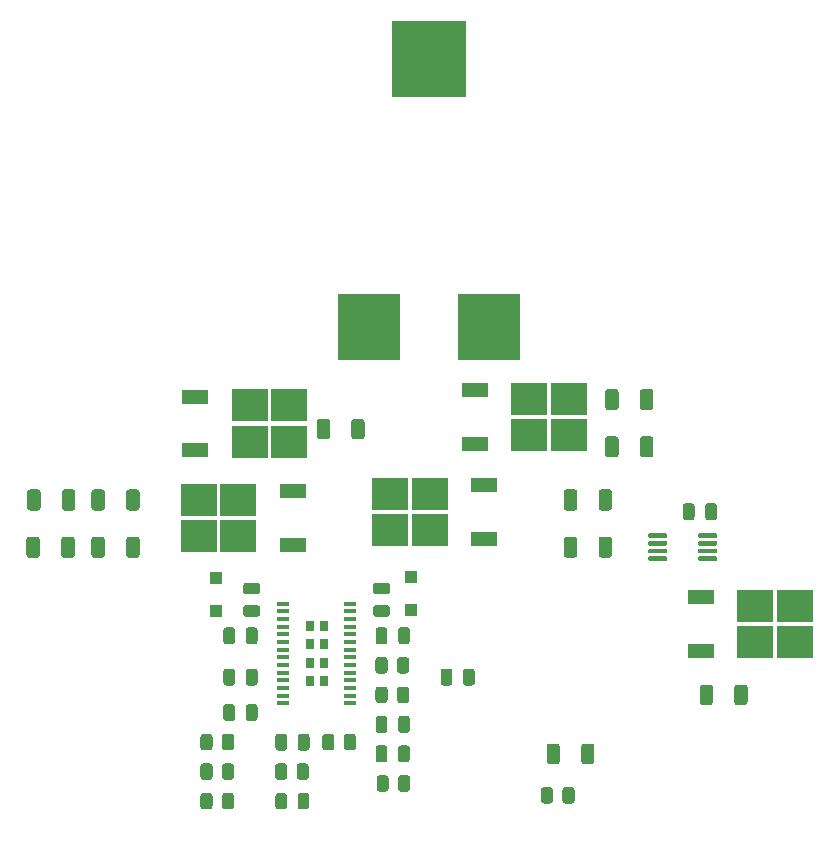
<source format=gtp>
G04 #@! TF.GenerationSoftware,KiCad,Pcbnew,5.1.10-88a1d61d58~90~ubuntu20.04.1*
G04 #@! TF.CreationDate,2022-02-24T16:01:44-05:00*
G04 #@! TF.ProjectId,buck_boost,6275636b-5f62-46f6-9f73-742e6b696361,rev?*
G04 #@! TF.SameCoordinates,Original*
G04 #@! TF.FileFunction,Paste,Top*
G04 #@! TF.FilePolarity,Positive*
%FSLAX46Y46*%
G04 Gerber Fmt 4.6, Leading zero omitted, Abs format (unit mm)*
G04 Created by KiCad (PCBNEW 5.1.10-88a1d61d58~90~ubuntu20.04.1) date 2022-02-24 16:01:44*
%MOMM*%
%LPD*%
G01*
G04 APERTURE LIST*
%ADD10R,2.200000X1.200000*%
%ADD11R,3.050000X2.750000*%
%ADD12R,1.100000X0.400000*%
%ADD13R,0.720000X0.925500*%
%ADD14R,6.350000X6.500000*%
%ADD15R,5.330000X5.590000*%
%ADD16R,1.100000X1.100000*%
G04 APERTURE END LIST*
D10*
X65700000Y-66280000D03*
X65700000Y-61720000D03*
D11*
X57725000Y-62475000D03*
X61075000Y-65525000D03*
X57725000Y-65525000D03*
X61075000Y-62475000D03*
X69500000Y-57525000D03*
X72850000Y-54475000D03*
X69500000Y-54475000D03*
X72850000Y-57525000D03*
D10*
X64875000Y-58280000D03*
X64875000Y-53720000D03*
D11*
X45825000Y-58050000D03*
X49175000Y-55000000D03*
X45825000Y-55000000D03*
X49175000Y-58050000D03*
D10*
X41200000Y-58805000D03*
X41200000Y-54245000D03*
X49500000Y-66780000D03*
X49500000Y-62220000D03*
D11*
X41525000Y-62975000D03*
X44875000Y-66025000D03*
X41525000Y-66025000D03*
X44875000Y-62975000D03*
X88650000Y-75050000D03*
X92000000Y-72000000D03*
X88650000Y-72000000D03*
X92000000Y-75050000D03*
D10*
X84025000Y-75805000D03*
X84025000Y-71245000D03*
D12*
X48650000Y-71775000D03*
X48650000Y-72425000D03*
X48650000Y-73075000D03*
X48650000Y-73725000D03*
X48650000Y-74375000D03*
X48650000Y-75025000D03*
X48650000Y-75675000D03*
X48650000Y-76325000D03*
X48650000Y-76975000D03*
X48650000Y-77625000D03*
X48650000Y-78275000D03*
X48650000Y-78925000D03*
X48650000Y-79575000D03*
X48650000Y-80225000D03*
X54350000Y-80225000D03*
X54350000Y-79575000D03*
X54350000Y-78925000D03*
X54350000Y-78275000D03*
X54350000Y-77625000D03*
X54350000Y-76975000D03*
X54350000Y-76325000D03*
X54350000Y-75675000D03*
X54350000Y-75025000D03*
X54350000Y-74375000D03*
X54350000Y-73725000D03*
X54350000Y-73075000D03*
X54350000Y-72425000D03*
X54350000Y-71775000D03*
D13*
X52100000Y-78313750D03*
X52100000Y-76771250D03*
X52100000Y-75228750D03*
X52100000Y-73686250D03*
X50900000Y-78313750D03*
X50900000Y-76771250D03*
X50900000Y-75228750D03*
X50900000Y-73686250D03*
G36*
G01*
X83800000Y-66125000D02*
X83800000Y-65925000D01*
G75*
G02*
X83900000Y-65825000I100000J0D01*
G01*
X85325000Y-65825000D01*
G75*
G02*
X85425000Y-65925000I0J-100000D01*
G01*
X85425000Y-66125000D01*
G75*
G02*
X85325000Y-66225000I-100000J0D01*
G01*
X83900000Y-66225000D01*
G75*
G02*
X83800000Y-66125000I0J100000D01*
G01*
G37*
G36*
G01*
X83800000Y-66775000D02*
X83800000Y-66575000D01*
G75*
G02*
X83900000Y-66475000I100000J0D01*
G01*
X85325000Y-66475000D01*
G75*
G02*
X85425000Y-66575000I0J-100000D01*
G01*
X85425000Y-66775000D01*
G75*
G02*
X85325000Y-66875000I-100000J0D01*
G01*
X83900000Y-66875000D01*
G75*
G02*
X83800000Y-66775000I0J100000D01*
G01*
G37*
G36*
G01*
X83800000Y-67425000D02*
X83800000Y-67225000D01*
G75*
G02*
X83900000Y-67125000I100000J0D01*
G01*
X85325000Y-67125000D01*
G75*
G02*
X85425000Y-67225000I0J-100000D01*
G01*
X85425000Y-67425000D01*
G75*
G02*
X85325000Y-67525000I-100000J0D01*
G01*
X83900000Y-67525000D01*
G75*
G02*
X83800000Y-67425000I0J100000D01*
G01*
G37*
G36*
G01*
X83800000Y-68075000D02*
X83800000Y-67875000D01*
G75*
G02*
X83900000Y-67775000I100000J0D01*
G01*
X85325000Y-67775000D01*
G75*
G02*
X85425000Y-67875000I0J-100000D01*
G01*
X85425000Y-68075000D01*
G75*
G02*
X85325000Y-68175000I-100000J0D01*
G01*
X83900000Y-68175000D01*
G75*
G02*
X83800000Y-68075000I0J100000D01*
G01*
G37*
G36*
G01*
X79575000Y-68075000D02*
X79575000Y-67875000D01*
G75*
G02*
X79675000Y-67775000I100000J0D01*
G01*
X81100000Y-67775000D01*
G75*
G02*
X81200000Y-67875000I0J-100000D01*
G01*
X81200000Y-68075000D01*
G75*
G02*
X81100000Y-68175000I-100000J0D01*
G01*
X79675000Y-68175000D01*
G75*
G02*
X79575000Y-68075000I0J100000D01*
G01*
G37*
G36*
G01*
X79575000Y-67425000D02*
X79575000Y-67225000D01*
G75*
G02*
X79675000Y-67125000I100000J0D01*
G01*
X81100000Y-67125000D01*
G75*
G02*
X81200000Y-67225000I0J-100000D01*
G01*
X81200000Y-67425000D01*
G75*
G02*
X81100000Y-67525000I-100000J0D01*
G01*
X79675000Y-67525000D01*
G75*
G02*
X79575000Y-67425000I0J100000D01*
G01*
G37*
G36*
G01*
X79575000Y-66775000D02*
X79575000Y-66575000D01*
G75*
G02*
X79675000Y-66475000I100000J0D01*
G01*
X81100000Y-66475000D01*
G75*
G02*
X81200000Y-66575000I0J-100000D01*
G01*
X81200000Y-66775000D01*
G75*
G02*
X81100000Y-66875000I-100000J0D01*
G01*
X79675000Y-66875000D01*
G75*
G02*
X79575000Y-66775000I0J100000D01*
G01*
G37*
G36*
G01*
X79575000Y-66125000D02*
X79575000Y-65925000D01*
G75*
G02*
X79675000Y-65825000I100000J0D01*
G01*
X81100000Y-65825000D01*
G75*
G02*
X81200000Y-65925000I0J-100000D01*
G01*
X81200000Y-66125000D01*
G75*
G02*
X81100000Y-66225000I-100000J0D01*
G01*
X79675000Y-66225000D01*
G75*
G02*
X79575000Y-66125000I0J100000D01*
G01*
G37*
G36*
G01*
X43487500Y-88950002D02*
X43487500Y-88049998D01*
G75*
G02*
X43737498Y-87800000I249998J0D01*
G01*
X44262502Y-87800000D01*
G75*
G02*
X44512500Y-88049998I0J-249998D01*
G01*
X44512500Y-88950002D01*
G75*
G02*
X44262502Y-89200000I-249998J0D01*
G01*
X43737498Y-89200000D01*
G75*
G02*
X43487500Y-88950002I0J249998D01*
G01*
G37*
G36*
G01*
X41662500Y-88950002D02*
X41662500Y-88049998D01*
G75*
G02*
X41912498Y-87800000I249998J0D01*
G01*
X42437502Y-87800000D01*
G75*
G02*
X42687500Y-88049998I0J-249998D01*
G01*
X42687500Y-88950002D01*
G75*
G02*
X42437502Y-89200000I-249998J0D01*
G01*
X41912498Y-89200000D01*
G75*
G02*
X41662500Y-88950002I0J249998D01*
G01*
G37*
G36*
G01*
X58400000Y-87450002D02*
X58400000Y-86549998D01*
G75*
G02*
X58649998Y-86300000I249998J0D01*
G01*
X59175002Y-86300000D01*
G75*
G02*
X59425000Y-86549998I0J-249998D01*
G01*
X59425000Y-87450002D01*
G75*
G02*
X59175002Y-87700000I-249998J0D01*
G01*
X58649998Y-87700000D01*
G75*
G02*
X58400000Y-87450002I0J249998D01*
G01*
G37*
G36*
G01*
X56575000Y-87450002D02*
X56575000Y-86549998D01*
G75*
G02*
X56824998Y-86300000I249998J0D01*
G01*
X57350002Y-86300000D01*
G75*
G02*
X57600000Y-86549998I0J-249998D01*
G01*
X57600000Y-87450002D01*
G75*
G02*
X57350002Y-87700000I-249998J0D01*
G01*
X56824998Y-87700000D01*
G75*
G02*
X56575000Y-87450002I0J249998D01*
G01*
G37*
G36*
G01*
X72312500Y-88450002D02*
X72312500Y-87549998D01*
G75*
G02*
X72562498Y-87300000I249998J0D01*
G01*
X73087502Y-87300000D01*
G75*
G02*
X73337500Y-87549998I0J-249998D01*
G01*
X73337500Y-88450002D01*
G75*
G02*
X73087502Y-88700000I-249998J0D01*
G01*
X72562498Y-88700000D01*
G75*
G02*
X72312500Y-88450002I0J249998D01*
G01*
G37*
G36*
G01*
X70487500Y-88450002D02*
X70487500Y-87549998D01*
G75*
G02*
X70737498Y-87300000I249998J0D01*
G01*
X71262502Y-87300000D01*
G75*
G02*
X71512500Y-87549998I0J-249998D01*
G01*
X71512500Y-88450002D01*
G75*
G02*
X71262502Y-88700000I-249998J0D01*
G01*
X70737498Y-88700000D01*
G75*
G02*
X70487500Y-88450002I0J249998D01*
G01*
G37*
G36*
G01*
X51987500Y-83950002D02*
X51987500Y-83049998D01*
G75*
G02*
X52237498Y-82800000I249998J0D01*
G01*
X52762502Y-82800000D01*
G75*
G02*
X53012500Y-83049998I0J-249998D01*
G01*
X53012500Y-83950002D01*
G75*
G02*
X52762502Y-84200000I-249998J0D01*
G01*
X52237498Y-84200000D01*
G75*
G02*
X51987500Y-83950002I0J249998D01*
G01*
G37*
G36*
G01*
X53812500Y-83950002D02*
X53812500Y-83049998D01*
G75*
G02*
X54062498Y-82800000I249998J0D01*
G01*
X54587502Y-82800000D01*
G75*
G02*
X54837500Y-83049998I0J-249998D01*
G01*
X54837500Y-83950002D01*
G75*
G02*
X54587502Y-84200000I-249998J0D01*
G01*
X54062498Y-84200000D01*
G75*
G02*
X53812500Y-83950002I0J249998D01*
G01*
G37*
G36*
G01*
X72100000Y-83874998D02*
X72100000Y-85125002D01*
G75*
G02*
X71850002Y-85375000I-249998J0D01*
G01*
X71224998Y-85375000D01*
G75*
G02*
X70975000Y-85125002I0J249998D01*
G01*
X70975000Y-83874998D01*
G75*
G02*
X71224998Y-83625000I249998J0D01*
G01*
X71850002Y-83625000D01*
G75*
G02*
X72100000Y-83874998I0J-249998D01*
G01*
G37*
G36*
G01*
X75025000Y-83874998D02*
X75025000Y-85125002D01*
G75*
G02*
X74775002Y-85375000I-249998J0D01*
G01*
X74149998Y-85375000D01*
G75*
G02*
X73900000Y-85125002I0J249998D01*
G01*
X73900000Y-83874998D01*
G75*
G02*
X74149998Y-83625000I249998J0D01*
G01*
X74775002Y-83625000D01*
G75*
G02*
X75025000Y-83874998I0J-249998D01*
G01*
G37*
G36*
G01*
X47987500Y-86450002D02*
X47987500Y-85549998D01*
G75*
G02*
X48237498Y-85300000I249998J0D01*
G01*
X48762502Y-85300000D01*
G75*
G02*
X49012500Y-85549998I0J-249998D01*
G01*
X49012500Y-86450002D01*
G75*
G02*
X48762502Y-86700000I-249998J0D01*
G01*
X48237498Y-86700000D01*
G75*
G02*
X47987500Y-86450002I0J249998D01*
G01*
G37*
G36*
G01*
X49812500Y-86450002D02*
X49812500Y-85549998D01*
G75*
G02*
X50062498Y-85300000I249998J0D01*
G01*
X50587502Y-85300000D01*
G75*
G02*
X50837500Y-85549998I0J-249998D01*
G01*
X50837500Y-86450002D01*
G75*
G02*
X50587502Y-86700000I-249998J0D01*
G01*
X50062498Y-86700000D01*
G75*
G02*
X49812500Y-86450002I0J249998D01*
G01*
G37*
G36*
G01*
X58312500Y-77450002D02*
X58312500Y-76549998D01*
G75*
G02*
X58562498Y-76300000I249998J0D01*
G01*
X59087502Y-76300000D01*
G75*
G02*
X59337500Y-76549998I0J-249998D01*
G01*
X59337500Y-77450002D01*
G75*
G02*
X59087502Y-77700000I-249998J0D01*
G01*
X58562498Y-77700000D01*
G75*
G02*
X58312500Y-77450002I0J249998D01*
G01*
G37*
G36*
G01*
X56487500Y-77450002D02*
X56487500Y-76549998D01*
G75*
G02*
X56737498Y-76300000I249998J0D01*
G01*
X57262502Y-76300000D01*
G75*
G02*
X57512500Y-76549998I0J-249998D01*
G01*
X57512500Y-77450002D01*
G75*
G02*
X57262502Y-77700000I-249998J0D01*
G01*
X56737498Y-77700000D01*
G75*
G02*
X56487500Y-77450002I0J249998D01*
G01*
G37*
G36*
G01*
X58312500Y-79950002D02*
X58312500Y-79049998D01*
G75*
G02*
X58562498Y-78800000I249998J0D01*
G01*
X59087502Y-78800000D01*
G75*
G02*
X59337500Y-79049998I0J-249998D01*
G01*
X59337500Y-79950002D01*
G75*
G02*
X59087502Y-80200000I-249998J0D01*
G01*
X58562498Y-80200000D01*
G75*
G02*
X58312500Y-79950002I0J249998D01*
G01*
G37*
G36*
G01*
X56487500Y-79950002D02*
X56487500Y-79049998D01*
G75*
G02*
X56737498Y-78800000I249998J0D01*
G01*
X57262502Y-78800000D01*
G75*
G02*
X57512500Y-79049998I0J-249998D01*
G01*
X57512500Y-79950002D01*
G75*
G02*
X57262502Y-80200000I-249998J0D01*
G01*
X56737498Y-80200000D01*
G75*
G02*
X56487500Y-79950002I0J249998D01*
G01*
G37*
G36*
G01*
X54437500Y-57625002D02*
X54437500Y-56374998D01*
G75*
G02*
X54687498Y-56125000I249998J0D01*
G01*
X55312502Y-56125000D01*
G75*
G02*
X55562500Y-56374998I0J-249998D01*
G01*
X55562500Y-57625002D01*
G75*
G02*
X55312502Y-57875000I-249998J0D01*
G01*
X54687498Y-57875000D01*
G75*
G02*
X54437500Y-57625002I0J249998D01*
G01*
G37*
G36*
G01*
X51512500Y-57625002D02*
X51512500Y-56374998D01*
G75*
G02*
X51762498Y-56125000I249998J0D01*
G01*
X52387502Y-56125000D01*
G75*
G02*
X52637500Y-56374998I0J-249998D01*
G01*
X52637500Y-57625002D01*
G75*
G02*
X52387502Y-57875000I-249998J0D01*
G01*
X51762498Y-57875000D01*
G75*
G02*
X51512500Y-57625002I0J249998D01*
G01*
G37*
G36*
G01*
X42687500Y-85549998D02*
X42687500Y-86450002D01*
G75*
G02*
X42437502Y-86700000I-249998J0D01*
G01*
X41912498Y-86700000D01*
G75*
G02*
X41662500Y-86450002I0J249998D01*
G01*
X41662500Y-85549998D01*
G75*
G02*
X41912498Y-85300000I249998J0D01*
G01*
X42437502Y-85300000D01*
G75*
G02*
X42687500Y-85549998I0J-249998D01*
G01*
G37*
G36*
G01*
X44512500Y-85549998D02*
X44512500Y-86450002D01*
G75*
G02*
X44262502Y-86700000I-249998J0D01*
G01*
X43737498Y-86700000D01*
G75*
G02*
X43487500Y-86450002I0J249998D01*
G01*
X43487500Y-85549998D01*
G75*
G02*
X43737498Y-85300000I249998J0D01*
G01*
X44262502Y-85300000D01*
G75*
G02*
X44512500Y-85549998I0J-249998D01*
G01*
G37*
G36*
G01*
X43487500Y-83950002D02*
X43487500Y-83049998D01*
G75*
G02*
X43737498Y-82800000I249998J0D01*
G01*
X44262502Y-82800000D01*
G75*
G02*
X44512500Y-83049998I0J-249998D01*
G01*
X44512500Y-83950002D01*
G75*
G02*
X44262502Y-84200000I-249998J0D01*
G01*
X43737498Y-84200000D01*
G75*
G02*
X43487500Y-83950002I0J249998D01*
G01*
G37*
G36*
G01*
X41662500Y-83950002D02*
X41662500Y-83049998D01*
G75*
G02*
X41912498Y-82800000I249998J0D01*
G01*
X42437502Y-82800000D01*
G75*
G02*
X42687500Y-83049998I0J-249998D01*
G01*
X42687500Y-83950002D01*
G75*
G02*
X42437502Y-84200000I-249998J0D01*
G01*
X41912498Y-84200000D01*
G75*
G02*
X41662500Y-83950002I0J249998D01*
G01*
G37*
D14*
X61000000Y-25670000D03*
D15*
X66075000Y-48355000D03*
X55925000Y-48355000D03*
G36*
G01*
X86862500Y-80125002D02*
X86862500Y-78874998D01*
G75*
G02*
X87112498Y-78625000I249998J0D01*
G01*
X87737502Y-78625000D01*
G75*
G02*
X87987500Y-78874998I0J-249998D01*
G01*
X87987500Y-80125002D01*
G75*
G02*
X87737502Y-80375000I-249998J0D01*
G01*
X87112498Y-80375000D01*
G75*
G02*
X86862500Y-80125002I0J249998D01*
G01*
G37*
G36*
G01*
X83937500Y-80125002D02*
X83937500Y-78874998D01*
G75*
G02*
X84187498Y-78625000I249998J0D01*
G01*
X84812502Y-78625000D01*
G75*
G02*
X85062500Y-78874998I0J-249998D01*
G01*
X85062500Y-80125002D01*
G75*
G02*
X84812502Y-80375000I-249998J0D01*
G01*
X84187498Y-80375000D01*
G75*
G02*
X83937500Y-80125002I0J249998D01*
G01*
G37*
G36*
G01*
X48987500Y-88043750D02*
X48987500Y-88956250D01*
G75*
G02*
X48743750Y-89200000I-243750J0D01*
G01*
X48256250Y-89200000D01*
G75*
G02*
X48012500Y-88956250I0J243750D01*
G01*
X48012500Y-88043750D01*
G75*
G02*
X48256250Y-87800000I243750J0D01*
G01*
X48743750Y-87800000D01*
G75*
G02*
X48987500Y-88043750I0J-243750D01*
G01*
G37*
G36*
G01*
X50862500Y-88043750D02*
X50862500Y-88956250D01*
G75*
G02*
X50618750Y-89200000I-243750J0D01*
G01*
X50131250Y-89200000D01*
G75*
G02*
X49887500Y-88956250I0J243750D01*
G01*
X49887500Y-88043750D01*
G75*
G02*
X50131250Y-87800000I243750J0D01*
G01*
X50618750Y-87800000D01*
G75*
G02*
X50862500Y-88043750I0J-243750D01*
G01*
G37*
D16*
X59500000Y-69500000D03*
X59500000Y-72300000D03*
X43000000Y-69600000D03*
X43000000Y-72400000D03*
G36*
G01*
X50900000Y-83025000D02*
X50900000Y-83975000D01*
G75*
G02*
X50650000Y-84225000I-250000J0D01*
G01*
X50150000Y-84225000D01*
G75*
G02*
X49900000Y-83975000I0J250000D01*
G01*
X49900000Y-83025000D01*
G75*
G02*
X50150000Y-82775000I250000J0D01*
G01*
X50650000Y-82775000D01*
G75*
G02*
X50900000Y-83025000I0J-250000D01*
G01*
G37*
G36*
G01*
X49000000Y-83025000D02*
X49000000Y-83975000D01*
G75*
G02*
X48750000Y-84225000I-250000J0D01*
G01*
X48250000Y-84225000D01*
G75*
G02*
X48000000Y-83975000I0J250000D01*
G01*
X48000000Y-83025000D01*
G75*
G02*
X48250000Y-82775000I250000J0D01*
G01*
X48750000Y-82775000D01*
G75*
G02*
X49000000Y-83025000I0J-250000D01*
G01*
G37*
G36*
G01*
X78875000Y-59150001D02*
X78875000Y-57849999D01*
G75*
G02*
X79124999Y-57600000I249999J0D01*
G01*
X79775001Y-57600000D01*
G75*
G02*
X80025000Y-57849999I0J-249999D01*
G01*
X80025000Y-59150001D01*
G75*
G02*
X79775001Y-59400000I-249999J0D01*
G01*
X79124999Y-59400000D01*
G75*
G02*
X78875000Y-59150001I0J249999D01*
G01*
G37*
G36*
G01*
X75925000Y-59150001D02*
X75925000Y-57849999D01*
G75*
G02*
X76174999Y-57600000I249999J0D01*
G01*
X76825001Y-57600000D01*
G75*
G02*
X77075000Y-57849999I0J-249999D01*
G01*
X77075000Y-59150001D01*
G75*
G02*
X76825001Y-59400000I-249999J0D01*
G01*
X76174999Y-59400000D01*
G75*
G02*
X75925000Y-59150001I0J249999D01*
G01*
G37*
G36*
G01*
X75375000Y-67650001D02*
X75375000Y-66349999D01*
G75*
G02*
X75624999Y-66100000I249999J0D01*
G01*
X76275001Y-66100000D01*
G75*
G02*
X76525000Y-66349999I0J-249999D01*
G01*
X76525000Y-67650001D01*
G75*
G02*
X76275001Y-67900000I-249999J0D01*
G01*
X75624999Y-67900000D01*
G75*
G02*
X75375000Y-67650001I0J249999D01*
G01*
G37*
G36*
G01*
X72425000Y-67650001D02*
X72425000Y-66349999D01*
G75*
G02*
X72674999Y-66100000I249999J0D01*
G01*
X73325001Y-66100000D01*
G75*
G02*
X73575000Y-66349999I0J-249999D01*
G01*
X73575000Y-67650001D01*
G75*
G02*
X73325001Y-67900000I-249999J0D01*
G01*
X72674999Y-67900000D01*
G75*
G02*
X72425000Y-67650001I0J249999D01*
G01*
G37*
G36*
G01*
X75375000Y-63650001D02*
X75375000Y-62349999D01*
G75*
G02*
X75624999Y-62100000I249999J0D01*
G01*
X76275001Y-62100000D01*
G75*
G02*
X76525000Y-62349999I0J-249999D01*
G01*
X76525000Y-63650001D01*
G75*
G02*
X76275001Y-63900000I-249999J0D01*
G01*
X75624999Y-63900000D01*
G75*
G02*
X75375000Y-63650001I0J249999D01*
G01*
G37*
G36*
G01*
X72425000Y-63650001D02*
X72425000Y-62349999D01*
G75*
G02*
X72674999Y-62100000I249999J0D01*
G01*
X73325001Y-62100000D01*
G75*
G02*
X73575000Y-62349999I0J-249999D01*
G01*
X73575000Y-63650001D01*
G75*
G02*
X73325001Y-63900000I-249999J0D01*
G01*
X72674999Y-63900000D01*
G75*
G02*
X72425000Y-63650001I0J249999D01*
G01*
G37*
G36*
G01*
X78875000Y-55150001D02*
X78875000Y-53849999D01*
G75*
G02*
X79124999Y-53600000I249999J0D01*
G01*
X79775001Y-53600000D01*
G75*
G02*
X80025000Y-53849999I0J-249999D01*
G01*
X80025000Y-55150001D01*
G75*
G02*
X79775001Y-55400000I-249999J0D01*
G01*
X79124999Y-55400000D01*
G75*
G02*
X78875000Y-55150001I0J249999D01*
G01*
G37*
G36*
G01*
X75925000Y-55150001D02*
X75925000Y-53849999D01*
G75*
G02*
X76174999Y-53600000I249999J0D01*
G01*
X76825001Y-53600000D01*
G75*
G02*
X77075000Y-53849999I0J-249999D01*
G01*
X77075000Y-55150001D01*
G75*
G02*
X76825001Y-55400000I-249999J0D01*
G01*
X76174999Y-55400000D01*
G75*
G02*
X75925000Y-55150001I0J249999D01*
G01*
G37*
G36*
G01*
X56500000Y-74975000D02*
X56500000Y-74025000D01*
G75*
G02*
X56750000Y-73775000I250000J0D01*
G01*
X57250000Y-73775000D01*
G75*
G02*
X57500000Y-74025000I0J-250000D01*
G01*
X57500000Y-74975000D01*
G75*
G02*
X57250000Y-75225000I-250000J0D01*
G01*
X56750000Y-75225000D01*
G75*
G02*
X56500000Y-74975000I0J250000D01*
G01*
G37*
G36*
G01*
X58400000Y-74975000D02*
X58400000Y-74025000D01*
G75*
G02*
X58650000Y-73775000I250000J0D01*
G01*
X59150000Y-73775000D01*
G75*
G02*
X59400000Y-74025000I0J-250000D01*
G01*
X59400000Y-74975000D01*
G75*
G02*
X59150000Y-75225000I-250000J0D01*
G01*
X58650000Y-75225000D01*
G75*
G02*
X58400000Y-74975000I0J250000D01*
G01*
G37*
G36*
G01*
X44600000Y-77525000D02*
X44600000Y-78475000D01*
G75*
G02*
X44350000Y-78725000I-250000J0D01*
G01*
X43850000Y-78725000D01*
G75*
G02*
X43600000Y-78475000I0J250000D01*
G01*
X43600000Y-77525000D01*
G75*
G02*
X43850000Y-77275000I250000J0D01*
G01*
X44350000Y-77275000D01*
G75*
G02*
X44600000Y-77525000I0J-250000D01*
G01*
G37*
G36*
G01*
X46500000Y-77525000D02*
X46500000Y-78475000D01*
G75*
G02*
X46250000Y-78725000I-250000J0D01*
G01*
X45750000Y-78725000D01*
G75*
G02*
X45500000Y-78475000I0J250000D01*
G01*
X45500000Y-77525000D01*
G75*
G02*
X45750000Y-77275000I250000J0D01*
G01*
X46250000Y-77275000D01*
G75*
G02*
X46500000Y-77525000I0J-250000D01*
G01*
G37*
G36*
G01*
X57475000Y-72900000D02*
X56525000Y-72900000D01*
G75*
G02*
X56275000Y-72650000I0J250000D01*
G01*
X56275000Y-72150000D01*
G75*
G02*
X56525000Y-71900000I250000J0D01*
G01*
X57475000Y-71900000D01*
G75*
G02*
X57725000Y-72150000I0J-250000D01*
G01*
X57725000Y-72650000D01*
G75*
G02*
X57475000Y-72900000I-250000J0D01*
G01*
G37*
G36*
G01*
X57475000Y-71000000D02*
X56525000Y-71000000D01*
G75*
G02*
X56275000Y-70750000I0J250000D01*
G01*
X56275000Y-70250000D01*
G75*
G02*
X56525000Y-70000000I250000J0D01*
G01*
X57475000Y-70000000D01*
G75*
G02*
X57725000Y-70250000I0J-250000D01*
G01*
X57725000Y-70750000D01*
G75*
G02*
X57475000Y-71000000I-250000J0D01*
G01*
G37*
G36*
G01*
X58400000Y-82475000D02*
X58400000Y-81525000D01*
G75*
G02*
X58650000Y-81275000I250000J0D01*
G01*
X59150000Y-81275000D01*
G75*
G02*
X59400000Y-81525000I0J-250000D01*
G01*
X59400000Y-82475000D01*
G75*
G02*
X59150000Y-82725000I-250000J0D01*
G01*
X58650000Y-82725000D01*
G75*
G02*
X58400000Y-82475000I0J250000D01*
G01*
G37*
G36*
G01*
X56500000Y-82475000D02*
X56500000Y-81525000D01*
G75*
G02*
X56750000Y-81275000I250000J0D01*
G01*
X57250000Y-81275000D01*
G75*
G02*
X57500000Y-81525000I0J-250000D01*
G01*
X57500000Y-82475000D01*
G75*
G02*
X57250000Y-82725000I-250000J0D01*
G01*
X56750000Y-82725000D01*
G75*
G02*
X56500000Y-82475000I0J250000D01*
G01*
G37*
G36*
G01*
X63900000Y-78475000D02*
X63900000Y-77525000D01*
G75*
G02*
X64150000Y-77275000I250000J0D01*
G01*
X64650000Y-77275000D01*
G75*
G02*
X64900000Y-77525000I0J-250000D01*
G01*
X64900000Y-78475000D01*
G75*
G02*
X64650000Y-78725000I-250000J0D01*
G01*
X64150000Y-78725000D01*
G75*
G02*
X63900000Y-78475000I0J250000D01*
G01*
G37*
G36*
G01*
X62000000Y-78475000D02*
X62000000Y-77525000D01*
G75*
G02*
X62250000Y-77275000I250000J0D01*
G01*
X62750000Y-77275000D01*
G75*
G02*
X63000000Y-77525000I0J-250000D01*
G01*
X63000000Y-78475000D01*
G75*
G02*
X62750000Y-78725000I-250000J0D01*
G01*
X62250000Y-78725000D01*
G75*
G02*
X62000000Y-78475000I0J250000D01*
G01*
G37*
G36*
G01*
X58400000Y-84975000D02*
X58400000Y-84025000D01*
G75*
G02*
X58650000Y-83775000I250000J0D01*
G01*
X59150000Y-83775000D01*
G75*
G02*
X59400000Y-84025000I0J-250000D01*
G01*
X59400000Y-84975000D01*
G75*
G02*
X59150000Y-85225000I-250000J0D01*
G01*
X58650000Y-85225000D01*
G75*
G02*
X58400000Y-84975000I0J250000D01*
G01*
G37*
G36*
G01*
X56500000Y-84975000D02*
X56500000Y-84025000D01*
G75*
G02*
X56750000Y-83775000I250000J0D01*
G01*
X57250000Y-83775000D01*
G75*
G02*
X57500000Y-84025000I0J-250000D01*
G01*
X57500000Y-84975000D01*
G75*
G02*
X57250000Y-85225000I-250000J0D01*
G01*
X56750000Y-85225000D01*
G75*
G02*
X56500000Y-84975000I0J250000D01*
G01*
G37*
G36*
G01*
X46475000Y-72900000D02*
X45525000Y-72900000D01*
G75*
G02*
X45275000Y-72650000I0J250000D01*
G01*
X45275000Y-72150000D01*
G75*
G02*
X45525000Y-71900000I250000J0D01*
G01*
X46475000Y-71900000D01*
G75*
G02*
X46725000Y-72150000I0J-250000D01*
G01*
X46725000Y-72650000D01*
G75*
G02*
X46475000Y-72900000I-250000J0D01*
G01*
G37*
G36*
G01*
X46475000Y-71000000D02*
X45525000Y-71000000D01*
G75*
G02*
X45275000Y-70750000I0J250000D01*
G01*
X45275000Y-70250000D01*
G75*
G02*
X45525000Y-70000000I250000J0D01*
G01*
X46475000Y-70000000D01*
G75*
G02*
X46725000Y-70250000I0J-250000D01*
G01*
X46725000Y-70750000D01*
G75*
G02*
X46475000Y-71000000I-250000J0D01*
G01*
G37*
G36*
G01*
X44600000Y-80525000D02*
X44600000Y-81475000D01*
G75*
G02*
X44350000Y-81725000I-250000J0D01*
G01*
X43850000Y-81725000D01*
G75*
G02*
X43600000Y-81475000I0J250000D01*
G01*
X43600000Y-80525000D01*
G75*
G02*
X43850000Y-80275000I250000J0D01*
G01*
X44350000Y-80275000D01*
G75*
G02*
X44600000Y-80525000I0J-250000D01*
G01*
G37*
G36*
G01*
X46500000Y-80525000D02*
X46500000Y-81475000D01*
G75*
G02*
X46250000Y-81725000I-250000J0D01*
G01*
X45750000Y-81725000D01*
G75*
G02*
X45500000Y-81475000I0J250000D01*
G01*
X45500000Y-80525000D01*
G75*
G02*
X45750000Y-80275000I250000J0D01*
G01*
X46250000Y-80275000D01*
G75*
G02*
X46500000Y-80525000I0J-250000D01*
G01*
G37*
G36*
G01*
X46500000Y-74025000D02*
X46500000Y-74975000D01*
G75*
G02*
X46250000Y-75225000I-250000J0D01*
G01*
X45750000Y-75225000D01*
G75*
G02*
X45500000Y-74975000I0J250000D01*
G01*
X45500000Y-74025000D01*
G75*
G02*
X45750000Y-73775000I250000J0D01*
G01*
X46250000Y-73775000D01*
G75*
G02*
X46500000Y-74025000I0J-250000D01*
G01*
G37*
G36*
G01*
X44600000Y-74025000D02*
X44600000Y-74975000D01*
G75*
G02*
X44350000Y-75225000I-250000J0D01*
G01*
X43850000Y-75225000D01*
G75*
G02*
X43600000Y-74975000I0J250000D01*
G01*
X43600000Y-74025000D01*
G75*
G02*
X43850000Y-73775000I250000J0D01*
G01*
X44350000Y-73775000D01*
G75*
G02*
X44600000Y-74025000I0J-250000D01*
G01*
G37*
G36*
G01*
X28125000Y-62349999D02*
X28125000Y-63650001D01*
G75*
G02*
X27875001Y-63900000I-249999J0D01*
G01*
X27224999Y-63900000D01*
G75*
G02*
X26975000Y-63650001I0J249999D01*
G01*
X26975000Y-62349999D01*
G75*
G02*
X27224999Y-62100000I249999J0D01*
G01*
X27875001Y-62100000D01*
G75*
G02*
X28125000Y-62349999I0J-249999D01*
G01*
G37*
G36*
G01*
X31075000Y-62349999D02*
X31075000Y-63650001D01*
G75*
G02*
X30825001Y-63900000I-249999J0D01*
G01*
X30174999Y-63900000D01*
G75*
G02*
X29925000Y-63650001I0J249999D01*
G01*
X29925000Y-62349999D01*
G75*
G02*
X30174999Y-62100000I249999J0D01*
G01*
X30825001Y-62100000D01*
G75*
G02*
X31075000Y-62349999I0J-249999D01*
G01*
G37*
G36*
G01*
X28075000Y-66349999D02*
X28075000Y-67650001D01*
G75*
G02*
X27825001Y-67900000I-249999J0D01*
G01*
X27174999Y-67900000D01*
G75*
G02*
X26925000Y-67650001I0J249999D01*
G01*
X26925000Y-66349999D01*
G75*
G02*
X27174999Y-66100000I249999J0D01*
G01*
X27825001Y-66100000D01*
G75*
G02*
X28075000Y-66349999I0J-249999D01*
G01*
G37*
G36*
G01*
X31025000Y-66349999D02*
X31025000Y-67650001D01*
G75*
G02*
X30775001Y-67900000I-249999J0D01*
G01*
X30124999Y-67900000D01*
G75*
G02*
X29875000Y-67650001I0J249999D01*
G01*
X29875000Y-66349999D01*
G75*
G02*
X30124999Y-66100000I249999J0D01*
G01*
X30775001Y-66100000D01*
G75*
G02*
X31025000Y-66349999I0J-249999D01*
G01*
G37*
G36*
G01*
X35375000Y-63650001D02*
X35375000Y-62349999D01*
G75*
G02*
X35624999Y-62100000I249999J0D01*
G01*
X36275001Y-62100000D01*
G75*
G02*
X36525000Y-62349999I0J-249999D01*
G01*
X36525000Y-63650001D01*
G75*
G02*
X36275001Y-63900000I-249999J0D01*
G01*
X35624999Y-63900000D01*
G75*
G02*
X35375000Y-63650001I0J249999D01*
G01*
G37*
G36*
G01*
X32425000Y-63650001D02*
X32425000Y-62349999D01*
G75*
G02*
X32674999Y-62100000I249999J0D01*
G01*
X33325001Y-62100000D01*
G75*
G02*
X33575000Y-62349999I0J-249999D01*
G01*
X33575000Y-63650001D01*
G75*
G02*
X33325001Y-63900000I-249999J0D01*
G01*
X32674999Y-63900000D01*
G75*
G02*
X32425000Y-63650001I0J249999D01*
G01*
G37*
G36*
G01*
X35375000Y-67650001D02*
X35375000Y-66349999D01*
G75*
G02*
X35624999Y-66100000I249999J0D01*
G01*
X36275001Y-66100000D01*
G75*
G02*
X36525000Y-66349999I0J-249999D01*
G01*
X36525000Y-67650001D01*
G75*
G02*
X36275001Y-67900000I-249999J0D01*
G01*
X35624999Y-67900000D01*
G75*
G02*
X35375000Y-67650001I0J249999D01*
G01*
G37*
G36*
G01*
X32425000Y-67650001D02*
X32425000Y-66349999D01*
G75*
G02*
X32674999Y-66100000I249999J0D01*
G01*
X33325001Y-66100000D01*
G75*
G02*
X33575000Y-66349999I0J-249999D01*
G01*
X33575000Y-67650001D01*
G75*
G02*
X33325001Y-67900000I-249999J0D01*
G01*
X32674999Y-67900000D01*
G75*
G02*
X32425000Y-67650001I0J249999D01*
G01*
G37*
G36*
G01*
X83500000Y-63525000D02*
X83500000Y-64475000D01*
G75*
G02*
X83250000Y-64725000I-250000J0D01*
G01*
X82750000Y-64725000D01*
G75*
G02*
X82500000Y-64475000I0J250000D01*
G01*
X82500000Y-63525000D01*
G75*
G02*
X82750000Y-63275000I250000J0D01*
G01*
X83250000Y-63275000D01*
G75*
G02*
X83500000Y-63525000I0J-250000D01*
G01*
G37*
G36*
G01*
X85400000Y-63525000D02*
X85400000Y-64475000D01*
G75*
G02*
X85150000Y-64725000I-250000J0D01*
G01*
X84650000Y-64725000D01*
G75*
G02*
X84400000Y-64475000I0J250000D01*
G01*
X84400000Y-63525000D01*
G75*
G02*
X84650000Y-63275000I250000J0D01*
G01*
X85150000Y-63275000D01*
G75*
G02*
X85400000Y-63525000I0J-250000D01*
G01*
G37*
M02*

</source>
